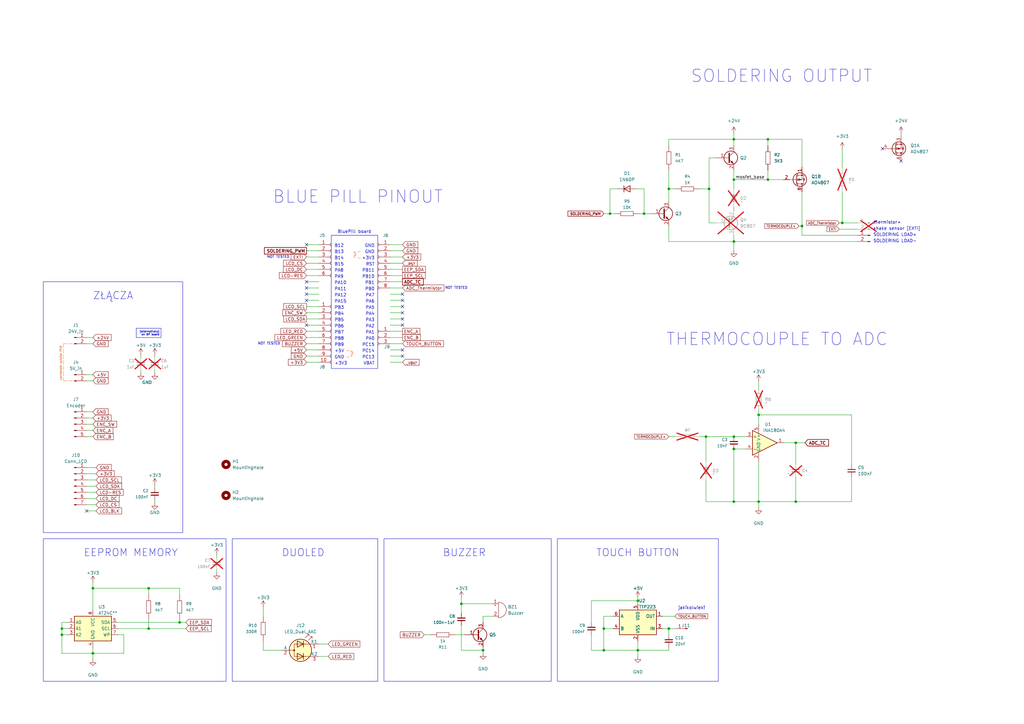
<source format=kicad_sch>
(kicad_sch (version 20230121) (generator eeschema)
  (paper "A3")
  (junction (at 274.32 77.47))
  (junction (at 189.23 247.65))
  (junction (at 261.62 246.38))
  (junction (at 290.83 77.47))
  (junction (at 250.19 87.63))
  (junction (at 300.99 73.66))
  (junction (at 73.66 255.27))
  (junction (at 25.4 260.35))
  (junction (at 247.65 266.7))
  (junction (at 311.15 205.74))
  (junction (at 300.99 57.15))
  (junction (at 264.16 87.63))
  (junction (at 60.96 257.81))
  (junction (at 289.56 179.07))
  (junction (at 300.99 205.74))
  (junction (at 328.93 92.71))
  (junction (at 314.96 73.66))
  (junction (at 300.99 179.07))
  (junction (at 247.65 257.81))
  (junction (at 261.62 266.7))
  (junction (at 198.12 266.7))
  (junction (at 300.99 184.15))
  (junction (at 274.32 257.81))
  (junction (at 38.1 267.97))
  (junction (at 326.39 181.61))
  (junction (at 38.1 241.3))
  (junction (at 300.99 99.06))
  (junction (at 314.96 57.15))
  (junction (at 25.4 257.81))
  (junction (at 345.44 91.44))
  (junction (at 311.15 170.18))
  (junction (at 60.96 241.3))
  (junction (at 326.39 205.74))
  (no_connect (at 165.1 143.51))
  (no_connect (at 361.95 60.96))
  (no_connect (at 165.1 133.35))
  (no_connect (at 165.1 123.19))
  (no_connect (at 369.57 66.04))
  (no_connect (at 35.56 209.55))
  (no_connect (at 125.73 115.57))
  (no_connect (at 165.1 120.65))
  (no_connect (at 165.1 125.73))
  (no_connect (at 165.1 128.27))
  (no_connect (at 125.73 118.11))
  (no_connect (at 165.1 130.81))
  (no_connect (at 125.73 100.33))
  (no_connect (at 165.1 146.05))
  (no_connect (at 125.73 120.65))
  (no_connect (at 125.73 123.19))
  (no_connect (at 125.73 133.35))
  (wire (pts (xy 247.65 87.63) (xy 250.19 87.63)))
  (wire (pts (xy 274.32 257.81) (xy 271.78 257.81)))
  (wire (pts (xy 311.15 205.74) (xy 311.15 208.28)))
  (wire (pts (xy 107.95 266.7) (xy 115.57 266.7)))
  (wire (pts (xy 261.62 269.24) (xy 261.62 266.7)))
  (wire (pts (xy 321.31 181.61) (xy 326.39 181.61)))
  (wire (pts (xy 35.56 176.53) (xy 38.1 176.53)))
  (wire (pts (xy 328.93 92.71) (xy 328.93 96.52)))
  (wire (pts (xy 63.5 151.765) (xy 63.5 153.035)))
  (wire (pts (xy 314.96 57.15) (xy 314.96 59.69)))
  (wire (pts (xy 48.26 257.81) (xy 60.96 257.81)))
  (wire (pts (xy 130.81 107.95) (xy 125.73 107.95)))
  (wire (pts (xy 274.32 257.81) (xy 274.32 260.35)))
  (wire (pts (xy 251.46 252.73) (xy 247.65 252.73)))
  (wire (pts (xy 73.66 255.27) (xy 76.2 255.27)))
  (wire (pts (xy 38.1 140.97) (xy 35.56 140.97)))
  (wire (pts (xy 38.1 153.67) (xy 35.56 153.67)))
  (wire (pts (xy 344.17 93.98) (xy 351.79 93.98)))
  (wire (pts (xy 160.02 125.73) (xy 165.1 125.73)))
  (wire (pts (xy 160.02 105.41) (xy 165.1 105.41)))
  (wire (pts (xy 130.81 125.73) (xy 125.73 125.73)))
  (wire (pts (xy 160.02 100.33) (xy 165.1 100.33)))
  (wire (pts (xy 189.23 247.65) (xy 189.23 251.46)))
  (wire (pts (xy 57.785 145.415) (xy 57.785 146.685)))
  (wire (pts (xy 274.32 265.43) (xy 274.32 266.7)))
  (wire (pts (xy 300.99 57.15) (xy 274.32 57.15)))
  (wire (pts (xy 35.56 173.99) (xy 38.1 173.99)))
  (wire (pts (xy 107.95 262.89) (xy 107.95 266.7)))
  (wire (pts (xy 160.02 135.89) (xy 165.1 135.89)))
  (wire (pts (xy 300.99 205.74) (xy 311.15 205.74)))
  (wire (pts (xy 107.95 248.92) (xy 107.95 252.73)))
  (wire (pts (xy 35.56 171.45) (xy 38.1 171.45)))
  (wire (pts (xy 351.79 91.44) (xy 345.44 91.44)))
  (wire (pts (xy 160.02 140.97) (xy 165.1 140.97)))
  (wire (pts (xy 274.32 57.15) (xy 274.32 59.69)))
  (wire (pts (xy 130.81 110.49) (xy 125.73 110.49)))
  (wire (pts (xy 293.37 91.44) (xy 290.83 91.44)))
  (wire (pts (xy 247.65 252.73) (xy 247.65 257.81)))
  (wire (pts (xy 25.4 255.27) (xy 25.4 257.81)))
  (wire (pts (xy 35.56 201.93) (xy 39.37 201.93)))
  (wire (pts (xy 60.96 243.84) (xy 60.96 241.3)))
  (wire (pts (xy 274.32 92.71) (xy 274.32 99.06)))
  (wire (pts (xy 57.785 151.765) (xy 57.785 153.035)))
  (wire (pts (xy 25.4 267.97) (xy 38.1 267.97)))
  (wire (pts (xy 242.57 246.38) (xy 261.62 246.38)))
  (wire (pts (xy 311.15 170.18) (xy 311.15 173.99)))
  (wire (pts (xy 130.81 130.81) (xy 125.73 130.81)))
  (wire (pts (xy 242.57 266.7) (xy 247.65 266.7)))
  (wire (pts (xy 189.23 256.54) (xy 189.23 266.7)))
  (wire (pts (xy 130.81 138.43) (xy 125.73 138.43)))
  (wire (pts (xy 314.96 73.66) (xy 300.99 73.66)))
  (wire (pts (xy 130.81 269.24) (xy 134.62 269.24)))
  (wire (pts (xy 130.81 123.19) (xy 125.73 123.19)))
  (wire (pts (xy 130.81 102.87) (xy 125.73 102.87)))
  (wire (pts (xy 38.1 241.3) (xy 60.96 241.3)))
  (wire (pts (xy 35.56 196.85) (xy 39.37 196.85)))
  (wire (pts (xy 261.62 262.89) (xy 261.62 266.7)))
  (wire (pts (xy 160.02 113.03) (xy 165.1 113.03)))
  (wire (pts (xy 160.02 118.11) (xy 165.1 118.11)))
  (wire (pts (xy 328.93 92.71) (xy 327.66 92.71)))
  (wire (pts (xy 290.83 64.77) (xy 293.37 64.77)))
  (wire (pts (xy 345.44 78.74) (xy 345.44 91.44)))
  (wire (pts (xy 48.26 260.35) (xy 50.8 260.35)))
  (wire (pts (xy 369.57 55.88) (xy 369.57 54.61)))
  (wire (pts (xy 134.62 264.16) (xy 130.81 264.16)))
  (wire (pts (xy 35.56 194.31) (xy 39.37 194.31)))
  (wire (pts (xy 160.02 143.51) (xy 165.1 143.51)))
  (wire (pts (xy 130.81 148.59) (xy 125.73 148.59)))
  (wire (pts (xy 276.86 252.73) (xy 271.78 252.73)))
  (wire (pts (xy 160.02 148.59) (xy 165.1 148.59)))
  (wire (pts (xy 38.1 238.76) (xy 38.1 241.3)))
  (wire (pts (xy 250.19 77.47) (xy 250.19 87.63)))
  (wire (pts (xy 88.9 227.33) (xy 88.9 228.6)))
  (wire (pts (xy 160.02 128.27) (xy 165.1 128.27)))
  (wire (pts (xy 300.99 179.07) (xy 306.07 179.07)))
  (wire (pts (xy 264.16 87.63) (xy 266.7 87.63)))
  (wire (pts (xy 48.26 255.27) (xy 73.66 255.27)))
  (wire (pts (xy 300.99 57.15) (xy 314.96 57.15)))
  (wire (pts (xy 289.56 189.23) (xy 289.56 179.07)))
  (wire (pts (xy 242.57 246.38) (xy 242.57 255.27)))
  (wire (pts (xy 247.65 257.81) (xy 247.65 266.7)))
  (wire (pts (xy 247.65 266.7) (xy 261.62 266.7)))
  (wire (pts (xy 38.1 270.51) (xy 38.1 267.97)))
  (wire (pts (xy 38.1 241.3) (xy 38.1 250.19)))
  (wire (pts (xy 300.99 99.06) (xy 351.79 99.06)))
  (wire (pts (xy 314.96 57.15) (xy 328.93 57.15)))
  (wire (pts (xy 63.5 205.105) (xy 63.5 206.375)))
  (wire (pts (xy 60.96 257.81) (xy 76.2 257.81)))
  (wire (pts (xy 125.73 105.41) (xy 130.81 105.41)))
  (wire (pts (xy 189.23 266.7) (xy 198.12 266.7)))
  (wire (pts (xy 35.56 199.39) (xy 39.37 199.39)))
  (wire (pts (xy 242.57 260.35) (xy 242.57 266.7)))
  (wire (pts (xy 289.56 205.74) (xy 289.56 196.85)))
  (wire (pts (xy 300.99 184.15) (xy 300.99 205.74)))
  (wire (pts (xy 300.99 184.15) (xy 306.07 184.15)))
  (wire (pts (xy 326.39 181.61) (xy 330.2 181.61)))
  (wire (pts (xy 73.66 243.84) (xy 73.66 241.3)))
  (wire (pts (xy 328.93 78.74) (xy 328.93 92.71)))
  (wire (pts (xy 349.25 170.18) (xy 311.15 170.18)))
  (wire (pts (xy 349.25 205.74) (xy 326.39 205.74)))
  (wire (pts (xy 300.99 73.66) (xy 300.99 77.47)))
  (wire (pts (xy 250.19 87.63) (xy 252.095 87.63)))
  (wire (pts (xy 276.86 179.07) (xy 274.32 179.07)))
  (wire (pts (xy 274.32 77.47) (xy 276.86 77.47)))
  (wire (pts (xy 160.02 130.81) (xy 165.1 130.81)))
  (wire (pts (xy 35.56 209.55) (xy 39.37 209.55)))
  (wire (pts (xy 60.96 254) (xy 60.96 257.81)))
  (wire (pts (xy 300.99 96.52) (xy 300.99 99.06)))
  (wire (pts (xy 130.81 120.65) (xy 125.73 120.65)))
  (wire (pts (xy 289.56 179.07) (xy 300.99 179.07)))
  (wire (pts (xy 130.81 113.03) (xy 125.73 113.03)))
  (wire (pts (xy 274.32 266.7) (xy 261.62 266.7)))
  (wire (pts (xy 160.02 102.87) (xy 165.1 102.87)))
  (wire (pts (xy 60.96 241.3) (xy 73.66 241.3)))
  (wire (pts (xy 160.02 120.65) (xy 165.1 120.65)))
  (wire (pts (xy 201.93 247.65) (xy 189.23 247.65)))
  (wire (pts (xy 160.02 146.05) (xy 165.1 146.05)))
  (wire (pts (xy 63.5 145.415) (xy 63.5 146.685)))
  (wire (pts (xy 253.365 77.47) (xy 250.19 77.47)))
  (wire (pts (xy 344.17 91.44) (xy 345.44 91.44)))
  (wire (pts (xy 38.1 267.97) (xy 38.1 265.43)))
  (wire (pts (xy 326.39 190.5) (xy 326.39 181.61)))
  (wire (pts (xy 25.4 260.35) (xy 25.4 267.97)))
  (wire (pts (xy 311.15 189.23) (xy 311.15 205.74)))
  (wire (pts (xy 35.56 204.47) (xy 39.37 204.47)))
  (wire (pts (xy 35.56 207.01) (xy 39.37 207.01)))
  (wire (pts (xy 38.1 138.43) (xy 35.56 138.43)))
  (wire (pts (xy 50.8 267.97) (xy 38.1 267.97)))
  (wire (pts (xy 160.02 115.57) (xy 165.1 115.57)))
  (wire (pts (xy 189.23 247.65) (xy 189.23 245.11)))
  (wire (pts (xy 326.39 195.58) (xy 326.39 205.74)))
  (wire (pts (xy 300.99 99.06) (xy 300.99 102.87)))
  (wire (pts (xy 198.12 255.27) (xy 198.12 252.73)))
  (wire (pts (xy 274.32 82.55) (xy 274.32 77.47)))
  (wire (pts (xy 198.12 265.43) (xy 198.12 266.7)))
  (wire (pts (xy 349.25 195.58) (xy 349.25 205.74)))
  (wire (pts (xy 160.02 133.35) (xy 165.1 133.35)))
  (wire (pts (xy 130.81 115.57) (xy 125.73 115.57)))
  (wire (pts (xy 25.4 257.81) (xy 25.4 260.35)))
  (wire (pts (xy 25.4 260.35) (xy 27.94 260.35)))
  (wire (pts (xy 73.66 254) (xy 73.66 255.27)))
  (wire (pts (xy 176.53 260.35) (xy 173.99 260.35)))
  (wire (pts (xy 328.93 57.15) (xy 328.93 68.58)))
  (wire (pts (xy 311.15 156.21) (xy 311.15 160.02)))
  (wire (pts (xy 260.985 77.47) (xy 264.16 77.47)))
  (wire (pts (xy 274.32 99.06) (xy 300.99 99.06)))
  (wire (pts (xy 38.1 156.21) (xy 35.56 156.21)))
  (wire (pts (xy 314.96 69.85) (xy 314.96 73.66)))
  (wire (pts (xy 262.255 87.63) (xy 264.16 87.63)))
  (wire (pts (xy 300.99 85.09) (xy 300.99 86.36)))
  (wire (pts (xy 289.56 205.74) (xy 300.99 205.74)))
  (wire (pts (xy 160.02 107.95) (xy 165.1 107.95)))
  (wire (pts (xy 328.93 96.52) (xy 351.79 96.52)))
  (wire (pts (xy 349.25 190.5) (xy 349.25 170.18)))
  (wire (pts (xy 130.81 100.33) (xy 125.73 100.33)))
  (wire (pts (xy 27.94 255.27) (xy 25.4 255.27)))
  (wire (pts (xy 247.65 257.81) (xy 251.46 257.81)))
  (wire (pts (xy 290.83 91.44) (xy 290.83 77.47)))
  (wire (pts (xy 35.56 191.77) (xy 39.37 191.77)))
  (wire (pts (xy 274.32 69.85) (xy 274.32 77.47)))
  (wire (pts (xy 261.62 246.38) (xy 261.62 245.11)))
  (wire (pts (xy 311.15 167.64) (xy 311.15 170.18)))
  (wire (pts (xy 88.9 233.68) (xy 88.9 234.95)))
  (wire (pts (xy 290.83 64.77) (xy 290.83 77.47)))
  (wire (pts (xy 300.99 69.85) (xy 300.99 73.66)))
  (wire (pts (xy 130.81 146.05) (xy 125.73 146.05)))
  (wire (pts (xy 130.81 135.89) (xy 125.73 135.89)))
  (wire (pts (xy 130.81 133.35) (xy 125.73 133.35)))
  (wire (pts (xy 186.69 260.35) (xy 190.5 260.35)))
  (wire (pts (xy 287.02 179.07) (xy 289.56 179.07)))
  (wire (pts (xy 160.02 138.43) (xy 165.1 138.43)))
  (wire (pts (xy 35.56 179.07) (xy 38.1 179.07)))
  (wire (pts (xy 345.44 68.58) (xy 345.44 60.96)))
  (wire (pts (xy 63.5 198.755) (xy 63.5 200.025)))
  (wire (pts (xy 198.12 252.73) (xy 201.93 252.73)))
  (wire (pts (xy 264.16 77.47) (xy 264.16 87.63)))
  (wire (pts (xy 25.4 257.81) (xy 27.94 257.81)))
  (wire (pts (xy 160.02 110.49) (xy 165.1 110.49)))
  (wire (pts (xy 130.81 128.27) (xy 125.73 128.27)))
  (wire (pts (xy 50.8 260.35) (xy 50.8 267.97)))
  (wire (pts (xy 198.12 266.7) (xy 198.12 267.97)))
  (wire (pts (xy 130.81 140.97) (xy 125.73 140.97)))
  (wire (pts (xy 130.81 143.51) (xy 125.73 143.51)))
  (wire (pts (xy 300.99 59.69) (xy 300.99 57.15)))
  (wire (pts (xy 287.02 77.47) (xy 290.83 77.47)))
  (wire (pts (xy 321.31 73.66) (xy 314.96 73.66)))
  (wire (pts (xy 300.99 54.61) (xy 300.99 57.15)))
  (wire (pts (xy 130.81 118.11) (xy 125.73 118.11)))
  (wire (pts (xy 160.02 123.19) (xy 165.1 123.19)))
  (wire (pts (xy 35.56 168.91) (xy 38.1 168.91)))
  (wire (pts (xy 261.62 247.65) (xy 261.62 246.38)))
  (wire (pts (xy 276.86 257.81) (xy 274.32 257.81)))
  (wire (pts (xy 326.39 205.74) (xy 311.15 205.74)))
  (rectangle (start 141.986 143.891) (end 143.256 143.891) (stroke (width 0) (type dash) (color 238 120 49 1)))
  (rectangle (start 157.48 220.98) (end 226.06 279.4))
  (rectangle (start 146.685 103.251) (end 147.955 103.251) (stroke (width 0) (type dash) (color 238 120 49 1)))
  (rectangle (start 26.035 156.21) (end 29.845 156.21) (stroke (width 0) (type dash) (color 238 120 49 1)))
  (rectangle (start 146.685 103.251) (end 146.685 105.791) (stroke (width 0) (type dot) (color 238 120 49 1)))
  (rectangle (start 26.035 140.97) (end 26.035 156.21) (stroke (width 0) (type dash) (color 238 120 49 1)))
  (rectangle (start 143.256 146.431) (end 143.256 143.891) (stroke (width 0) (type dot) (color 238 120 49 1)))
  (rectangle (start 228.6 220.98) (end 294.64 279.4))
  (rectangle (start 146.685 105.791) (end 147.955 105.791) (stroke (width 0) (type dash) (color 238 120 49 1)))
  (rectangle (start 17.78 115.57) (end 74.93 218.44))
  (rectangle (start 95.25 220.98) (end 154.94 279.4))
  (rectangle (start 135.89 96.52) (end 154.94 151.13))
  (rectangle (start 17.78 220.98) (end 92.71 279.4))
  (rectangle (start 141.986 146.431) (end 143.256 146.431) (stroke (width 0) (type dash) (color 238 120 49 1)))
  (rectangle (start 26.035 140.97) (end 29.845 140.97) (stroke (width 0) (type dash) (color 238 120 49 1)))
  (text_box "(alternatively)\non BP board" (at 55.88 134.62 0) (size 10.16 3.81) (effects (font (size 0.762 0.762)) (justify right)))
  (text "PA9" (at 137.16 114.3 0) (effects (font (size 1.27 1.27)) (justify left bottom)))
  (text "DUOLED" (at 115.57 228.6 0) (effects (font (size 3 3)) (justify left bottom)))
  (text "PA2" (at 153.67 134.62 0) (effects (font (size 1.27 1.27)) (justify right bottom)))
  (text "TOUCH BUTTON" (at 244.475 228.6 0) (effects (font (size 3 3)) (justify left bottom)))
  (text "PA7" (at 153.67 121.92 0) (effects (font (size 1.27 1.27)) (justify right bottom)))
  (text "+5V" (at 137.16 144.78 0) (effects (font (size 1.27 1.27)) (justify left bottom)))
  (text "ZŁĄCZA" (at 38.1 123.19 0) (effects (font (size 3.0226 3.0226)) (justify left bottom)))
  (text "SOLDERING LOAD-" (at 358.14 99.695 0) (effects (font (size 1.27 1.27)) (justify left bottom)))
  (text "PA15" (at 137.16 124.46 0) (effects (font (size 1.27 1.27)) (justify left bottom)))
  (text "PC14" (at 153.67 144.78 0) (effects (font (size 1.27 1.27)) (justify right bottom)))
  (text "jakikolwiek!" (at 278.13 250.19 0) (effects (font (size 1.27 1.27)) (justify left bottom)))
  (text "PA5" (at 153.67 127 0) (effects (font (size 1.27 1.27)) (justify right bottom)))
  (text "PB5" (at 137.16 132.08 0) (effects (font (size 1.27 1.27)) (justify left bottom)))
  (text "PA0" (at 153.67 139.7 0) (effects (font (size 1.27 1.27)) (justify right bottom)))
  (text "NOT TESTED" (at 118.745 106.045 0) (effects (font (size 1.016 1.016)) (justify right bottom)))
  (text "PB10" (at 153.67 114.3 0) (effects (font (size 1.27 1.27)) (justify right bottom)))
  (text "VBAT" (at 153.67 149.86 0) (effects (font (size 1.27 1.27)) (justify right bottom)))
  (text "PB3" (at 137.16 127 0) (effects (font (size 1.27 1.27)) (justify left bottom)))
  (text "B15" (at 137.16 109.22 0) (effects (font (size 1.27 1.27)) (justify left bottom)))
  (text "PB9" (at 137.16 142.24 0) (effects (font (size 1.27 1.27)) (justify left bottom)))
  (text "BLUE PILL PINOUT" (at 111.76 83.82 0) (effects (font (size 5.08 5.08)) (justify left bottom)))
  (text "GND" (at 153.67 101.6 0) (effects (font (size 1.27 1.27)) (justify right bottom)))
  (text "THERMOCOUPLE TO ADC" (at 273.05 142.24 0) (effects (font (size 5.08 5.08)) (justify left bottom)))
  (text "*1uF" (at 144.78 146.685 90) (effects (font (size 0.762 0.762)) (justify left bottom)))
  (text "B13" (at 137.16 104.14 0) (effects (font (size 1.27 1.27)) (justify left bottom)))
  (text "NOT TESTED" (at 114.935 141.605 0) (effects (font (size 1.016 1.016)) (justify right bottom)))
  (text "B14" (at 137.16 106.68 0) (effects (font (size 1.27 1.27)) (justify left bottom)))
  (text "PA3" (at 153.67 132.08 0) (effects (font (size 1.27 1.27)) (justify right bottom)))
  (text "B12" (at 137.16 101.6 0) (effects (font (size 1.27 1.27)) (justify left bottom)))
  (text "PA12" (at 137.16 121.92 0) (effects (font (size 1.27 1.27)) (justify left bottom)))
  (text "PA10" (at 137.16 116.84 0) (effects (font (size 1.27 1.27)) (justify left bottom)))
  (text "+3V3" (at 137.16 149.86 0) (effects (font (size 1.27 1.27)) (justify left bottom)))
  (text "PB7" (at 137.16 137.16 0) (effects (font (size 1.27 1.27)) (justify left bottom)))
  (text "PA8" (at 137.16 111.76 0) (effects (font (size 1.27 1.27)) (justify left bottom)))
  (text "PA1" (at 153.67 137.16 0) (effects (font (size 1.27 1.27)) (justify right bottom)))
  (text "shake sensor [EXTI]" (at 358.14 94.615 0) (effects (font (size 1.27 1.27)) (justify left bottom)))
  (text "NOT TESTED" (at 191.77 118.745 0) (effects (font (size 1.016 1.016)) (justify right bottom)))
  (text "PB8" (at 137.16 139.7 0) (effects (font (size 1.27 1.27)) (justify left bottom)))
  (text "GND" (at 137.16 147.32 0) (effects (font (size 1.27 1.27)) (justify left bottom)))
  (text "PB4" (at 137.16 129.54 0) (effects (font (size 1.27 1.27)) (justify left bottom)))
  (text "PB6" (at 137.16 134.62 0) (effects (font (size 1.27 1.27)) (justify left bottom)))
  (text "PA11" (at 137.16 119.38 0) (effects (font (size 1.27 1.27)) (justify left bottom)))
  (text "GND" (at 153.67 104.14 0) (effects (font (size 1.27 1.27)) (justify right bottom)))
  (text "SOLDERING LOAD+" (at 358.14 97.155 0) (effects (font (size 1.27 1.27)) (justify left bottom)))
  (text "PB11" (at 153.67 111.76 0) (effects (font (size 1.27 1.27)) (justify right bottom)))
  (text "+3V3" (at 153.67 106.68 0) (effects (font (size 1.27 1.27)) (justify right bottom)))
  (text "connected outside PCB" (at 25.4 156.21 90) (effects (font (size 0.8 0.8)) (justify left bottom)))
  (text "EEPROM MEMORY" (at 34.29 228.6 0) (effects (font (size 3 3)) (justify left bottom)))
  (text "BUZZER" (at 181.61 228.6 0) (effects (font (size 3 3)) (justify left bottom)))
  (text "*1uF" (at 146.05 106.045 90) (effects (font (size 0.762 0.762)) (justify left bottom)))
  (text "PA6" (at 153.67 124.46 0) (effects (font (size 1.27 1.27)) (justify right bottom)))
  (text "PB1" (at 153.67 116.84 0) (effects (font (size 1.27 1.27)) (justify right bottom)))
  (text "PB0" (at 153.67 119.38 0) (effects (font (size 1.27 1.27)) (justify right bottom)))
  (text "PC13" (at 153.67 147.32 0) (effects (font (size 1.27 1.27)) (justify right bottom)))
  (text "thermistor+" (at 358.14 92.075 0) (effects (font (size 1.27 1.27)) (justify left bottom)))
  (text "PC15" (at 153.67 142.24 0) (effects (font (size 1.27 1.27)) (justify right bottom)))
  (text "RST" (at 153.67 109.22 0) (effects (font (size 1.27 1.27)) (justify right bottom)))
  (text "PA4" (at 153.67 129.54 0) (effects (font (size 1.27 1.27)) (justify right bottom)))
  (text "SOLDERING OUTPUT" (at 283.21 34.29 0) (effects (font (size 5.08 5.08)) (justify left bottom)))
  (text "BluePill board" (at 138.43 95.885 0) (effects (font (size 1.27 1.27)) (justify left bottom)))
  (label "mosfet_base" (at 301.625 73.66 0))
  (global_label "GND" (shape input) (at 38.1 168.91 0) (property "Intersheetrefs" "${INTERSHEET_REFS}" (effects hide)) (property "Odnośniki między arkuszami" "${INTERSHEET_REFS}" (effects hide)))
  (global_label "ENC_A" (shape passive) (at 165.1 135.89 0) (property "Intersheetrefs" "${INTERSHEET_REFS}" (effects hide)) (property "Odnośniki między arkuszami" "${INTERSHEET_REFS}" (effects hide)))
  (global_label "EEP_SCL" (shape passive) (at 165.1 113.03 0) (property "Intersheetrefs" "${INTERSHEET_REFS}" (effects hide)) (property "Odnośniki między arkuszami" "${INTERSHEET_REFS}" (effects hide)))
  (global_label "+24V" (shape input) (at 38.1 138.43 0) (property "Intersheetrefs" "${INTERSHEET_REFS}" (effects hide)) (property "Odnośniki między arkuszami" "${INTERSHEET_REFS}" (effects hide)))
  (global_label "LCD_CS" (shape input) (at 125.73 107.95 180) (property "Intersheetrefs" "${INTERSHEET_REFS}" (effects hide)) (property "Odnośniki między arkuszami" "${INTERSHEET_REFS}" (effects hide)))
  (global_label "ENC_B" (shape passive) (at 165.1 138.43 0) (property "Intersheetrefs" "${INTERSHEET_REFS}" (effects hide)) (property "Odnośniki między arkuszami" "${INTERSHEET_REFS}" (effects hide)))
  (global_label "TERMOCOUPLE+" (shape input) (at 274.32 179.07 180) (effects (font (size 1.016 1.016))) (property "Intersheetrefs" "${INTERSHEET_REFS}" (effects hide)) (property "Odnośniki między arkuszami" "${INTERSHEET_REFS}" (effects hide)))
  (global_label "LCD_SCL" (shape passive) (at 125.73 125.73 180) (property "Intersheetrefs" "${INTERSHEET_REFS}" (effects hide)) (property "Odnośniki między arkuszami" "${INTERSHEET_REFS}" (effects hide)))
  (global_label "LCD_SDA" (shape input) (at 39.37 199.39 0) (property "Intersheetrefs" "${INTERSHEET_REFS}" (effects hide)) (property "Odnośniki między arkuszami" "${INTERSHEET_REFS}" (effects hide)))
  (global_label "+5V" (shape input) (at 38.1 153.67 0) (property "Intersheetrefs" "${INTERSHEET_REFS}" (effects hide)) (property "Odnośniki między arkuszami" "${INTERSHEET_REFS}" (effects hide)))
  (global_label "ENC_B" (shape input) (at 38.1 179.07 0) (property "Intersheetrefs" "${INTERSHEET_REFS}" (effects hide)) (property "Odnośniki między arkuszami" "${INTERSHEET_REFS}" (effects hide)))
  (global_label "BUZZER" (shape input) (at 125.73 140.97 180) (property "Intersheetrefs" "${INTERSHEET_REFS}" (effects hide)) (property "Odnośniki między arkuszami" "${INTERSHEET_REFS}" (effects hide)))
  (global_label "LCD_DC" (shape input) (at 39.37 204.47 0) (property "Intersheetrefs" "${INTERSHEET_REFS}" (effects hide)) (property "Odnośniki między arkuszami" "${INTERSHEET_REFS}" (effects hide)))
  (global_label "GND" (shape input) (at 39.37 191.77 0) (property "Intersheetrefs" "${INTERSHEET_REFS}" (effects hide)) (property "Odnośniki między arkuszami" "${INTERSHEET_REFS}" (effects hide)))
  (global_label "ADC_TC" (shape input) (at 330.2 181.61 0) (effects (font (thickness 0.254) bold)) (property "Intersheetrefs" "${INTERSHEET_REFS}" (effects hide)) (property "Odnośniki między arkuszami" "${INTERSHEET_REFS}" (effects hide)))
  (global_label "SOLDERING_PWM" (shape input) (at 247.65 87.63 180) (effects (font (size 1.016 1.016) (thickness 0.2032) bold)) (property "Intersheetrefs" "${INTERSHEET_REFS}" (effects hide)) (property "Odnośniki między arkuszami" "${INTERSHEET_REFS}" (effects hide)))
  (global_label "ENC_A" (shape input) (at 38.1 176.53 0) (property "Intersheetrefs" "${INTERSHEET_REFS}" (effects hide)) (property "Odnośniki między arkuszami" "${INTERSHEET_REFS}" (effects hide)))
  (global_label "_{_RST}" (shape input) (at 165.1 107.95 0) (effects (font italic)) (property "Intersheetrefs" "${INTERSHEET_REFS}" (effects hide)) (property "Odnośniki między arkuszami" "${INTERSHEET_REFS}" (effects hide)))
  (global_label "LCD_BLK" (shape input) (at 39.37 209.55 0) (property "Intersheetrefs" "${INTERSHEET_REFS}" (effects hide)) (property "Odnośniki między arkuszami" "${INTERSHEET_REFS}" (effects hide)))
  (global_label "LED_GREEN" (shape input) (at 134.62 264.16 0) (property "Intersheetrefs" "${INTERSHEET_REFS}" (effects hide)) (property "Odnośniki między arkuszami" "${INTERSHEET_REFS}" (effects hide)))
  (global_label "LCD-RES" (shape input) (at 39.37 201.93 0) (property "Intersheetrefs" "${INTERSHEET_REFS}" (effects hide)) (property "Odnośniki między arkuszami" "${INTERSHEET_REFS}" (effects hide)))
  (global_label "BUZZER" (shape input) (at 173.99 260.35 180) (property "Intersheetrefs" "${INTERSHEET_REFS}" (effects hide)) (property "Odnośniki między arkuszami" "${INTERSHEET_REFS}" (effects hide)))
  (global_label "TOUCH_BUTTON" (shape input) (at 165.1 140.97 0) (property "Intersheetrefs" "${INTERSHEET_REFS}" (effects hide)) (property "Odnośniki między arkuszami" "${INTERSHEET_REFS}" (effects hide)))
  (global_label "+5V" (shape input) (at 125.73 143.51 180) (property "Intersheetrefs" "${INTERSHEET_REFS}" (effects hide)) (property "Odnośniki między arkuszami" "${INTERSHEET_REFS}" (effects hide)))
  (global_label "TOUCH_BUTTON" (shape input) (at 276.86 252.73 0) (effects (font (size 1.016 1.016))) (property "Intersheetrefs" "${INTERSHEET_REFS}" (effects hide)) (property "Odnośniki między arkuszami" "${INTERSHEET_REFS}" (effects hide)))
  (global_label "+3V3" (shape input) (at 165.1 105.41 0) (property "Intersheetrefs" "${INTERSHEET_REFS}" (effects hide)) (property "Odnośniki między arkuszami" "${INTERSHEET_REFS}" (effects hide)))
  (global_label "ADC_TC" (shape passive) (at 165.1 115.57 0) (effects (font (thickness 0.254) bold)) (property "Intersheetrefs" "${INTERSHEET_REFS}" (effects hide)) (property "Odnośniki między arkuszami" "${INTERSHEET_REFS}" (effects hide)))
  (global_label "+3V3" (shape input) (at 39.37 194.31 0) (property "Intersheetrefs" "${INTERSHEET_REFS}" (effects hide)) (property "Odnośniki między arkuszami" "${INTERSHEET_REFS}" (effects hide)))
  (global_label "LCD_SCL" (shape input) (at 39.37 196.85 0) (property "Intersheetrefs" "${INTERSHEET_REFS}" (effects hide)) (property "Odnośniki między arkuszami" "${INTERSHEET_REFS}" (effects hide)))
  (global_label "ENC_SW" (shape input) (at 38.1 173.99 0) (property "Intersheetrefs" "${INTERSHEET_REFS}" (effects hide)) (property "Odnośniki między arkuszami" "${INTERSHEET_REFS}" (effects hide)))
  (global_label "LED_GREEN" (shape input) (at 125.73 138.43 180) (property "Intersheetrefs" "${INTERSHEET_REFS}" (effects hide)) (property "Odnośniki między arkuszami" "${INTERSHEET_REFS}" (effects hide)))
  (global_label "EEP_SCL" (shape input) (at 76.2 257.81 0) (property "Intersheetrefs" "${INTERSHEET_REFS}" (effects hide)) (property "Odnośniki między arkuszami" "${INTERSHEET_REFS}" (effects hide)))
  (global_label "+3V3" (shape input) (at 125.73 148.59 180) (property "Intersheetrefs" "${INTERSHEET_REFS}" (effects hide)) (property "Odnośniki między arkuszami" "${INTERSHEET_REFS}" (effects hide)))
  (global_label "EXTI" (shape input) (at 344.17 93.98 180) (effects (font (size 1 1))) (property "Intersheetrefs" "${INTERSHEET_REFS}" (effects hide)))
  (global_label "LCD_SDA" (shape passive) (at 125.73 130.81 180) (property "Intersheetrefs" "${INTERSHEET_REFS}" (effects hide)) (property "Odnośniki między arkuszami" "${INTERSHEET_REFS}" (effects hide)))
  (global_label "LCD_DC" (shape input) (at 125.73 110.49 180) (property "Intersheetrefs" "${INTERSHEET_REFS}" (effects hide)) (property "Odnośniki między arkuszami" "${INTERSHEET_REFS}" (effects hide)))
  (global_label "ADC_Thermistor" (shape input) (at 344.17 91.44 180) (effects (font (size 1 1))) (property "Intersheetrefs" "${INTERSHEET_REFS}" (effects hide)))
  (global_label "LCD-RES" (shape input) (at 125.73 113.03 180) (property "Intersheetrefs" "${INTERSHEET_REFS}" (effects hide)) (property "Odnośniki między arkuszami" "${INTERSHEET_REFS}" (effects hide)))
  (global_label "GND" (shape input) (at 165.1 100.33 0) (property "Intersheetrefs" "${INTERSHEET_REFS}" (effects hide)) (property "Odnośniki między arkuszami" "${INTERSHEET_REFS}" (effects hide)))
  (global_label "GND" (shape input) (at 38.1 140.97 0) (property "Intersheetrefs" "${INTERSHEET_REFS}" (effects hide)) (property "Odnośniki między arkuszami" "${INTERSHEET_REFS}" (effects hide)))
  (global_label "GND" (shape input) (at 165.1 102.87 0) (property "Intersheetrefs" "${INTERSHEET_REFS}" (effects hide)) (property "Odnośniki między arkuszami" "${INTERSHEET_REFS}" (effects hide)))
  (global_label "EEP_SDA" (shape input) (at 76.2 255.27 0) (property "Intersheetrefs" "${INTERSHEET_REFS}" (effects hide)) (property "Odnośniki między arkuszami" "${INTERSHEET_REFS}" (effects hide)))
  (global_label "LCD_CS" (shape input) (at 39.37 207.01 0) (property "Intersheetrefs" "${INTERSHEET_REFS}" (effects hide)) (property "Odnośniki między arkuszami" "${INTERSHEET_REFS}" (effects hide)))
  (global_label "GND" (shape input) (at 125.73 146.05 180) (property "Intersheetrefs" "${INTERSHEET_REFS}" (effects hide)) (property "Odnośniki między arkuszami" "${INTERSHEET_REFS}" (effects hide)))
  (global_label "TERMOCOUPLE+" (shape input) (at 327.66 92.71 180) (effects (font (size 1.016 1.016))) (property "Intersheetrefs" "${INTERSHEET_REFS}" (effects hide)) (property "Odnośniki między arkuszami" "${INTERSHEET_REFS}" (effects hide)))
  (global_label "ADC_Thermistor" (shape input) (at 165.1 118.11 0) (property "Intersheetrefs" "${INTERSHEET_REFS}" (effects hide)))
  (global_label "EEP_SDA" (shape passive) (at 165.1 110.49 0) (property "Intersheetrefs" "${INTERSHEET_REFS}" (effects hide)) (property "Odnośniki między arkuszami" "${INTERSHEET_REFS}" (effects hide)))
  (global_label "+3V3" (shape input) (at 38.1 171.45 0) (property "Intersheetrefs" "${INTERSHEET_REFS}" (effects hide)) (property "Odnośniki między arkuszami" "${INTERSHEET_REFS}" (effects hide)))
  (global_label "LED_RED" (shape input) (at 125.73 135.89 180) (property "Intersheetrefs" "${INTERSHEET_REFS}" (effects hide)) (property "Odnośniki między arkuszami" "${INTERSHEET_REFS}" (effects hide)))
  (global_label "ENC_SW" (shape input) (at 125.73 128.27 180) (property "Intersheetrefs" "${INTERSHEET_REFS}" (effects hide)) (property "Odnośniki między arkuszami" "${INTERSHEET_REFS}" (effects hide)))
  (global_label "SOLDERING_PWM" (shape passive) (at 125.73 102.87 180) (effects (font (thickness 0.254) bold)) (property "Intersheetrefs" "${INTERSHEET_REFS}" (effects hide)) (property "Odnośniki między arkuszami" "${INTERSHEET_REFS}" (effects hide)))
  (global_label "_{_VBAT}" (shape input) (at 165.1 148.59 0) (effects (font italic)) (property "Intersheetrefs" "${INTERSHEET_REFS}" (effects hide)) (property "Odnośniki między arkuszami" "${INTERSHEET_REFS}" (effects hide)))
  (global_label "LED_RED" (shape input) (at 134.62 269.24 0) (property "Intersheetrefs" "${INTERSHEET_REFS}" (effects hide)) (property "Odnośniki między arkuszami" "${INTERSHEET_REFS}" (effects hide)))
  (global_label "EXTI" (shape input) (at 125.73 105.41 180) (property "Intersheetrefs" "${INTERSHEET_REFS}" (effects hide)))
  (global_label "GND" (shape input) (at 38.1 156.21 0) (property "Intersheetrefs" "${INTERSHEET_REFS}" (effects hide)) (property "Odnośniki między arkuszami" "${INTERSHEET_REFS}" (effects hide)))
  (symbol (lib_id "power:GND") (at 261.62 269.24 0) (mirror y) (unit 1)
    (property "Reference" "#PWR018" (effects hide))
    (property "Value" "GND" (at 261.62 275.59 0))
  )
  (symbol (lib_id "power:+3V3") (at 88.9 227.33 0) (mirror y) (unit 1)
    (property "Reference" "#PWR011" (effects hide))
    (property "Value" "+3V3" (at 88.9 223.52 0))
  )
  (symbol (lib_id "Transistor_BJT:BC807") (at 298.45 91.44 0) (mirror x) (unit 1) (dnp yes)
    (property "Reference" "Q4" (at 303.53 90.17 0) (effects (justify left)))
    (property "Value" "BC807" (at 303.53 92.71 0) (effects (justify left)))
    (property "Footprint" "Package_TO_SOT_SMD:TSOT-23" (effects hide))
    (property "Datasheet" "http://www.fairchildsemi.com/ds/BC/BC557.pdf" (effects hide))
  )
  (symbol (lib_id "Memory_EEPROM:AT24CS01-MAHM") (at 38.1 257.81 0) (unit 1)
    (property "Reference" "U3" (at 40.2941 248.92 0) (effects (justify left)))
    (property "Value" "AT24C**" (at 40.2941 251.46 0) (effects (justify left)))
    (property "Footprint" "Package_SO:SOIC-8_3.9x4.9mm_P1.27mm" (effects hide))
    (property "Datasheet" "http://ww1.microchip.com/downloads/en/DeviceDoc/Atmel-8815-SEEPROM-AT24CS01-02-Datasheet.pdf" (effects hide))
    (property "Info" "AT24C01 or simillar" (effects hide))
  )
  (symbol (lib_id "power:GND") (at 63.5 153.035 0) (mirror y) (unit 1)
    (property "Reference" "#PWR021" (effects hide))
    (property "Value" "GND" (at 60.325 156.845 0))
  )
  (symbol (lib_id "LutownicaBPv2.1-rescue:IRF7324-#moje_IC") (at 367.03 60.96 0) (mirror x) (unit 1)
    (property "Reference" "Q1" (at 373.38 59.69 0) (effects (justify left)))
    (property "Value" "AO4807" (at 373.38 62.23 0) (effects (justify left)))
    (property "Footprint" "Package_SO:SOIC-8_3.9x4.9mm_P1.27mm" (effects hide))
  )
  (symbol (lib_id "power:+3V3") (at 107.95 248.92 0) (mirror y) (unit 1)
    (property "Reference" "#PWR016" (effects hide))
    (property "Value" "+3V3" (at 107.95 245.11 0))
  )
  (symbol (lib_id "LutownicaBPv2.1-rescue:R-#RLC2") (at 60.96 248.92 90) (unit 1)
    (property "Reference" "R8" (at 63.5 247.65 90) (effects (font (size 1.143 1.143)) (justify right)))
    (property "Value" "4k7" (at 63.5 250.19 90) (effects (font (size 1.143 1.143)) (justify right)))
    (property "Footprint" "Resistor_SMD:R_0805_2012Metric" (effects hide))
    (property "Info" "pull-up value" (effects hide))
  )
  (symbol (lib_id "LutownicaBPv2.1-rescue:R-#RLC2") (at 345.44 73.66 270) (mirror x) (unit 1) (dnp yes)
    (property "Reference" "R3" (at 347.98 73.66 90) (effects (font (size 1.143 1.143)) (justify left)))
    (property "Value" "~" (at 347.98 74.93 90) (effects (font (size 1.143 1.143)) (justify left)))
    (property "Footprint" "Resistor_SMD:R_0805_2012Metric" (effects hide))
    (property "Info" "DNP (330-500)" (effects hide))
  )
  (symbol (lib_id "Connector:Conn_01x01_Male") (at 281.94 257.81 0) (mirror y) (unit 1)
    (property "Reference" "J11" (at 281.305 256.54 0))
    (property "Value" "Conn_01x01_Male" (effects hide))
    (property "Footprint" "Connector_PinHeader_2.54mm:PinHeader_1x01_P2.54mm_Vertical" (effects hide))
  )
  (symbol (lib_id "LutownicaBPv2.1-rescue:CAP_805-#RLC2") (at 300.99 181.61 0) (mirror y) (unit 1)
    (property "Reference" "C3" (at 298.45 180.34 0) (effects (font (size 1.143 1.143)) (justify left)))
    (property "Value" "10nF" (at 298.45 182.88 0) (effects (font (size 1.143 1.143)) (justify left)))
    (property "Footprint" "Capacitor_SMD:C_0805_2012Metric" (effects hide))
    (property "Info" "Significant" (effects hide))
  )
  (symbol (lib_id "LutownicaBPv2.1-rescue:R-#RLC2") (at 314.96 64.77 90) (unit 1)
    (property "Reference" "R2" (at 317.5 63.5 90) (effects (font (size 1.143 1.143)) (justify right)))
    (property "Value" "3K3" (at 317.5 66.04 90) (effects (font (size 1.143 1.143)) (justify right)))
    (property "Footprint" "Resistor_SMD:R_0805_2012Metric" (effects hide))
  )
  (symbol (lib_id "Mechanical:MountingHole") (at 92.71 203.2 0) (unit 1)
    (property "Reference" "H2" (at 95.25 201.93 0) (effects (justify left)))
    (property "Value" "MountingHole" (at 95.25 204.47 0) (effects (justify left)))
    (property "Footprint" "MountingHole:MountingHole_2.7mm_M2.5_ISO14580" (effects hide))
  )
  (symbol (lib_id "Connector:Conn_01x05_Male") (at 30.48 173.99 0) (unit 1)
    (property "Reference" "J7" (at 31.115 163.83 0))
    (property "Value" "Encoder" (at 31.115 166.37 0))
    (property "Footprint" "Connector_PinHeader_2.54mm:PinHeader_1x05_P2.54mm_Vertical" (effects hide))
  )
  (symbol (lib_id "LutownicaBPv2.1-rescue:TTP223-#moje_IC") (at 261.62 255.27 0) (mirror y) (unit 1)
    (property "Reference" "U2" (at 261.9659 246.38 0) (effects (justify right)))
    (property "Value" "TTP223" (at 261.9659 248.92 0) (effects (justify right)))
    (property "Footprint" "Package_TO_SOT_SMD:SOT-23-6" (effects hide))
    (property "Datasheet" "http://ww1.microchip.com/downloads/en/DeviceDoc/Atmel-8815-SEEPROM-AT24CS01-02-Datasheet.pdf" (effects hide))
  )
  (symbol (lib_id "Connector:Conn_01x06_Socket") (at 135.89 105.41 0) (unit 1)
    (property "Reference" "J5" (at 133.35 96.52 0) (effects (justify right)))
    (property "Value" "Conn_01x06_Socket" (effects hide))
    (property "Footprint" "Connector_PinSocket_2.54mm:PinSocket_1x06_P2.54mm_Vertical" (effects hide))
  )
  (symbol (lib_id "power:+3V3") (at 311.15 156.21 0) (unit 1)
    (property "Reference" "#PWR08" (effects hide))
    (property "Value" "+3V3" (at 311.15 152.4 0))
  )
  (symbol (lib_id "Mechanical:MountingHole") (at 92.71 190.5 0) (unit 1)
    (property "Reference" "H1" (at 95.25 189.23 0) (effects (justify left)))
    (property "Value" "MountingHole" (at 95.25 191.77 0) (effects (justify left)))
    (property "Footprint" "MountingHole:MountingHole_2.7mm_M2.5_ISO14580" (effects hide))
  )
  (symbol (lib_id "power:GND") (at 88.9 234.95 0) (mirror y) (unit 1)
    (property "Reference" "#PWR012" (effects hide))
    (property "Value" "GND" (at 88.9 241.3 0))
  )
  (symbol (lib_id "LutownicaBPv2.1-rescue:CAP_805-#RLC2") (at 63.5 202.565 0) (mirror y) (unit 1)
    (property "Reference" "C2" (at 60.96 201.295 0) (effects (font (size 1.143 1.143)) (justify left)))
    (property "Value" "100nF" (at 60.96 203.835 0) (effects (font (size 1.143 1.143)) (justify left)))
    (property "Footprint" "Capacitor_SMD:C_0805_2012Metric" (effects hide))
    (property "Info" "Optional" (effects hide))
  )
  (symbol (lib_id "Transistor_BJT:BC847") (at 195.58 260.35 0) (unit 1)
    (property "Reference" "Q5" (at 200.66 260.35 0) (effects (justify left)))
    (property "Value" "MMBT3904" (effects hide))
    (property "Footprint" "Package_TO_SOT_SMD:TSOT-23" (effects hide))
    (property "Datasheet" "http://www.fairchildsemi.com/ds/BC/BC547.pdf" (effects hide))
  )
  (symbol (lib_id "LutownicaBPv2.1-rescue:R-#RLC2") (at 73.66 248.92 90) (unit 1)
    (property "Reference" "R9" (at 76.2 247.65 90) (effects (font (size 1.143 1.143)) (justify right)))
    (property "Value" "4k7" (at 76.2 250.19 90) (effects (font (size 1.143 1.143)) (justify right)))
    (property "Footprint" "Resistor_SMD:R_0805_2012Metric" (effects hide))
    (property "Info" "pull-up value" (effects hide))
  )
  (symbol (lib_id "LutownicaBPv2.1-rescue:CAP_805-#RLC2") (at 189.23 254 0) (unit 1)
    (property "Reference" "C8" (at 186.69 252.73 0) (effects (font (size 1.143 1.143)) (justify right)))
    (property "Value" "100n-1uF" (at 186.69 255.27 0) (effects (font (size 1.143 1.143)) (justify right)))
    (property "Footprint" "Capacitor_SMD:C_0805_2012Metric" (effects hide))
    (property "Info" "100n-1u" (effects hide))
  )
  (symbol (lib_id "power:+3V3") (at 345.44 60.96 0) (mirror y) (unit 1)
    (property "Reference" "#PWR03" (effects hide))
    (property "Value" "+3V3" (at 345.44 55.88 0))
  )
  (symbol (lib_id "Transistor_BJT:BC847") (at 298.45 64.77 0) (unit 1)
    (property "Reference" "Q2" (at 303.53 64.77 0) (effects (justify left)))
    (property "Value" "MMBT3904" (effects hide))
    (property "Footprint" "Package_TO_SOT_SMD:TSOT-23" (effects hide))
    (property "Datasheet" "http://www.fairchildsemi.com/ds/BC/BC547.pdf" (effects hide))
  )
  (symbol (lib_id "LutownicaBPv2.1-rescue:R-#RLC2") (at 281.94 77.47 0) (unit 1)
    (property "Reference" "R4" (at 281.94 72.39 0) (effects (font (size 1.143 1.143))))
    (property "Value" "1K" (at 281.94 74.93 0) (effects (font (size 1.143 1.143))))
    (property "Footprint" "Resistor_SMD:R_0805_2012Metric" (effects hide))
    (property "Info" "1/8W (>2k6)" (effects hide))
  )
  (symbol (lib_id "power:GND") (at 57.785 153.035 0) (mirror y) (unit 1)
    (property "Reference" "#PWR06" (effects hide))
    (property "Value" "GND" (effects hide))
  )
  (symbol (lib_id "power:+5V") (at 261.62 245.11 0) (unit 1)
    (property "Reference" "#PWR015" (effects hide))
    (property "Value" "+5V" (at 261.62 241.3 0))
  )
  (symbol (lib_id "power:GND") (at 311.15 208.28 0) (unit 1)
    (property "Reference" "#PWR010" (effects hide))
    (property "Value" "GND" (at 311.15 214.63 0))
  )
  (symbol (lib_id "power:+3V3") (at 38.1 238.76 0) (unit 1)
    (property "Reference" "#PWR013" (effects hide))
    (property "Value" "+3V3" (at 38.1 234.95 0))
  )
  (symbol (lib_id "Transistor_BJT:BC847") (at 271.78 87.63 0) (unit 1)
    (property "Reference" "Q3" (at 276.86 87.63 0) (effects (justify left)))
    (property "Value" "MMBT3904" (effects hide))
    (property "Footprint" "Package_TO_SOT_SMD:TSOT-23" (effects hide))
    (property "Datasheet" "http://www.fairchildsemi.com/ds/BC/BC547.pdf" (effects hide))
  )
  (symbol (lib_id "LutownicaBPv2.1-rescue:R-#RLC2") (at 107.95 257.81 270) (mirror x) (unit 1)
    (property "Reference" "R10" (at 105.41 256.54 90) (effects (font (size 1.143 1.143)) (justify right)))
    (property "Value" "330R" (at 105.41 259.08 90) (effects (font (size 1.143 1.143)) (justify right)))
    (property "Footprint" "Resistor_SMD:R_0805_2012Metric" (effects hide))
  )
  (symbol (lib_id "Connector:Conn_01x02_Male") (at 30.48 138.43 0) (unit 1)
    (property "Reference" "J1" (at 31.115 133.35 0))
    (property "Value" "24V_in" (at 31.115 135.89 0))
    (property "Footprint" "Connector_PinHeader_2.54mm:PinHeader_1x02_P2.54mm_Vertical" (effects hide))
  )
  (symbol (lib_id "power:GND") (at 63.5 206.375 0) (mirror y) (unit 1)
    (property "Reference" "#PWR09" (effects hide))
    (property "Value" "GND" (at 63.5 210.185 0))
  )
  (symbol (lib_id "power:GND") (at 38.1 270.51 0) (unit 1)
    (property "Reference" "#PWR019" (effects hide))
    (property "Value" "GND" (at 38.1 276.86 0))
  )
  (symbol (lib_id "Connector:Conn_01x10_Socket") (at 135.89 135.89 0) (unit 1)
    (property "Reference" "J8" (at 133.35 150.495 0) (effects (justify right)))
    (property "Value" "Conn_01x10_Socket" (effects hide))
    (property "Footprint" "Connector_PinSocket_2.54mm:PinSocket_1x10_P2.54mm_Vertical" (effects hide))
  )
  (symbol (lib_id "LutownicaBPv2.1-rescue:CAP_805-#RLC2") (at 63.5 149.225 0) (unit 1) (on_board no) (dnp yes)
    (property "Reference" "C6" (at 66.04 147.955 0) (effects (font (size 1.143 1.143)) (justify left)))
    (property "Value" "1uF" (at 66.04 150.495 0) (effects (font (size 1.143 1.143)) (justify left)))
    (property "Footprint" "Capacitor_SMD:C_0805_2012Metric" (effects hide))
    (property "Info" "Optional" (effects hide))
  )
  (symbol (lib_id "power:+5V") (at 57.785 145.415 0) (mirror y) (unit 1)
    (property "Reference" "#PWR04" (effects hide))
    (property "Value" "+5V" (at 57.785 141.605 0))
  )
  (symbol (lib_id "LutownicaBPv2.1-rescue:CAP_805-#RLC2") (at 88.9 231.14 0) (mirror y) (unit 1) (dnp yes)
    (property "Reference" "C7" (at 86.36 229.87 0) (effects (font (size 1.143 1.143)) (justify left)))
    (property "Value" "100nF" (at 86.36 232.41 0) (effects (font (size 1.143 1.143)) (justify left)))
    (property "Footprint" "Capacitor_SMD:C_0805_2012Metric" (effects hide))
    (property "Info" "Optional" (effects hide))
  )
  (symbol (lib_id "power:GND") (at 198.12 267.97 0) (unit 1)
    (property "Reference" "#PWR017" (effects hide))
    (property "Value" "GND" (at 198.12 274.32 0))
  )
  (symbol (lib_id "Connector:Conn_01x02_Male") (at 30.48 153.67 0) (unit 1)
    (property "Reference" "J4" (at 31.115 148.59 0))
    (property "Value" "5V_in" (at 31.115 151.13 0))
    (property "Footprint" "Connector_PinHeader_2.54mm:PinHeader_1x02_P2.54mm_Vertical" (effects hide))
  )
  (symbol (lib_id "LutownicaBPv2.1-rescue:CAP_805-#RLC2") (at 326.39 193.04 0) (unit 1) (dnp yes)
    (property "Reference" "C4" (at 328.93 193.04 0) (effects (font (size 1.143 1.143)) (justify left)))
    (property "Value" "~" (at 323.85 194.31 0) (effects (font (size 1.143 1.143)) (justify right)))
    (property "Footprint" "Capacitor_SMD:C_0805_2012Metric" (effects hide))
    (property "Info" "DNP" (effects hide))
  )
  (symbol (lib_id "Device:Buzzer") (at 204.47 250.19 0) (unit 1)
    (property "Reference" "BZ1" (at 208.28 248.92 0) (effects (justify left)))
    (property "Value" "Buzzer" (at 208.28 251.46 0) (effects (justify left)))
    (property "Footprint" "Buzzer_Beeper:Buzzer_12x9.5RM7.6" (effects hide))
  )
  (symbol (lib_id "power:+3V3") (at 189.23 245.11 0) (mirror y) (unit 1)
    (property "Reference" "#PWR014" (effects hide))
    (property "Value" "+3V3" (at 189.23 241.3 0))
  )
  (symbol (lib_id "LutownicaBPv2.1-rescue:LED_Dual_CAC-Device") (at 123.19 266.7 0) (unit 1)
    (property "Reference" "J12" (at 123.2535 256.54 0))
    (property "Value" "LED_Dual_AAC" (at 123.2535 259.08 0))
    (property "Footprint" "Connector_PinHeader_2.54mm:PinHeader_1x03_P2.54mm_Vertical" (effects hide))
  )
  (symbol (lib_id "Connector:Conn_01x02_Male") (at 356.87 96.52 0) (mirror y) (unit 1)
    (property "Reference" "J3" (effects hide))
    (property "Value" "Soldering Iron" (effects hide))
    (property "Footprint" "Connector_PinHeader_2.54mm:PinHeader_1x02_P2.54mm_Vertical" (effects hide))
  )
  (symbol (lib_id "Amplifier_Current:INA180A4") (at 313.69 181.61 0) (unit 1)
    (property "Reference" "U1" (at 314.96 173.99 0))
    (property "Value" "INA180A4" (at 317.5 176.53 0))
    (property "Footprint" "Package_TO_SOT_SMD:SOT-23-5" (effects hide))
    (property "Datasheet" "http://www.ti.com/lit/ds/symlink/ina180.pdf" (effects hide))
  )
  (symbol (lib_id "LutownicaBPv2.1-rescue:IRF7324-#moje_IC") (at 326.39 73.66 0) (mirror x) (unit 2)
    (property "Reference" "Q1" (at 332.74 72.39 0) (effects (justify left)))
    (property "Value" "AO4807" (at 332.74 74.93 0) (effects (justify left)))
    (property "Footprint" "Package_SO:SOIC-8_3.9x4.9mm_P1.27mm" (effects hide))
  )
  (symbol (lib_id "Connector:Conn_01x03_Socket") (at 154.94 138.43 0) (mirror y) (unit 1)
    (property "Reference" "J9" (at 158.75 142.24 0))
    (property "Value" "Conn_01x03_Socket" (effects hide))
    (property "Footprint" "Connector_PinSocket_2.54mm:PinSocket_1x03_P2.54mm_Vertical" (effects hide))
  )
  (symbol (lib_id "LutownicaBPv2.1-rescue:R-#RLC2") (at 257.175 87.63 0) (unit 1)
    (property "Reference" "R5" (at 257.175 82.55 0) (effects (font (size 1.143 1.143))))
    (property "Value" "10K" (at 257.175 85.09 0) (effects (font (size 1.143 1.143))))
    (property "Footprint" "Resistor_SMD:R_0805_2012Metric" (effects hide))
  )
  (symbol (lib_id "Connector:Conn_01x07_Pin") (at 30.48 199.39 0) (unit 1)
    (property "Reference" "J10" (at 31.115 186.69 0))
    (property "Value" "Conn_LCD" (at 31.115 189.23 0))
    (property "Footprint" "Connector_PinHeader_2.54mm:PinHeader_1x07_P2.54mm_Vertical" (effects hide))
  )
  (symbol (lib_id "power:GND") (at 300.99 102.87 0) (unit 1)
    (property "Reference" "#PWR05" (effects hide))
    (property "Value" "GND" (at 300.99 107.95 0))
  )
  (symbol (lib_id "Connector:Conn_01x08_Socket") (at 154.94 107.95 0) (mirror y) (unit 1)
    (property "Reference" "J6" (at 159.385 96.52 0) (effects (justify left)))
    (property "Value" "Conn_01x08_Socket" (effects hide))
    (property "Footprint" "Connector_PinSocket_2.54mm:PinSocket_1x08_P2.54mm_Vertical" (effects hide))
  )
  (symbol (lib_id "LutownicaBPv2.1-rescue:CAP_805-#RLC2") (at 274.32 262.89 0) (mirror y) (unit 1)
    (property "Reference" "C10" (at 276.86 261.62 0) (effects (font (size 1.143 1.143)) (justify right)))
    (property "Value" "22nF" (at 276.86 264.16 0) (effects (font (size 1.143 1.143)) (justify right)))
    (property "Footprint" "Capacitor_SMD:C_0805_2012Metric" (effects hide))
    (property "Info" "Significant" (effects hide))
  )
  (symbol (lib_id "Diode:1N4149") (at 289.56 193.04 90) (unit 1) (dnp yes)
    (property "Reference" "D3" (at 292.1 193.04 90) (effects (justify right)))
    (property "Value" "~" (at 292.1 194.31 90) (effects (justify right)))
    (property "Footprint" "!RLCd:D_Axial_P1.90mm_Vertical" (effects hide))
    (property "Info" "DNP" (effects hide))
  )
  (symbol (lib_id "LutownicaBPv2.1-rescue:CAP_805-#RLC2") (at 242.57 257.81 0) (mirror y) (unit 1)
    (property "Reference" "C9" (at 240.03 256.54 0) (effects (font (size 1.143 1.143)) (justify left)))
    (property "Value" "100nF" (at 240.03 259.08 0) (effects (font (size 1.143 1.143)) (justify left)))
    (property "Footprint" "Capacitor_SMD:C_0805_2012Metric" (effects hide))
  )
  (symbol (lib_id "power:+24V") (at 369.57 54.61 0) (unit 1)
    (property "Reference" "#PWR02" (effects hide))
    (property "Value" "+24V" (at 369.57 49.53 0))
  )
  (symbol (lib_id "power:+3V3") (at 63.5 145.415 0) (mirror y) (unit 1)
    (property "Reference" "#PWR020" (effects hide))
    (property "Value" "+3V3" (at 63.5 141.605 0))
  )
  (symbol (lib_id "LutownicaBPv2.1-rescue:R-#RLC2") (at 281.94 179.07 0) (unit 1) (dnp yes)
    (property "Reference" "R7" (at 281.94 176.53 0) (effects (font (size 1.143 1.143))))
    (property "Value" "~" (at 281.94 176.53 0) (effects (font (size 1.143 1.143))))
    (property "Footprint" "!Jumpers-SMD:SolderJumper-2_P1.9mm_Closed" (effects hide))
    (property "Info" "DNP" (effects hide))
  )
  (symbol (lib_id "Device:C_Small") (at 349.25 193.04 0) (unit 1)
    (property "Reference" "C5" (at 351.79 191.7763 0) (effects (justify left)))
    (property "Value" "100nF" (at 351.79 194.3163 0) (effects (justify left)))
    (property "Footprint" "Capacitor_SMD:C_0805_2012Metric" (effects hide))
    (property "Info" "Significant" (effects hide))
  )
  (symbol (lib_id "LutownicaBPv2.1-rescue:CAP_805-#RLC2") (at 57.785 149.225 0) (mirror y) (unit 1) (dnp yes)
    (property "Reference" "C1" (at 55.245 147.955 0) (effects (font (size 1.143 1.143)) (justify left)))
    (property "Value" "1uF" (at 55.245 150.495 0) (effects (font (size 1.143 1.143)) (justify left)))
    (property "Footprint" "Capacitor_SMD:C_0805_2012Metric" (effects hide))
    (property "Info" "Optional" (effects hide))
  )
  (symbol (lib_id "power:+24V") (at 300.99 54.61 0) (unit 1)
    (property "Reference" "#PWR01" (effects hide))
    (property "Value" "+24V" (at 300.99 49.53 0))
  )
  (symbol (lib_id "LutownicaBPv2.1-rescue:R-#RLC2") (at 274.32 64.77 90) (unit 1)
    (property "Reference" "R1" (at 276.86 63.5 90) (effects (font (size 1.143 1.143)) (justify right)))
    (property "Value" "4K7" (at 276.86 66.04 90) (effects (font (size 1.143 1.143)) (justify right)))
    (property "Footprint" "Resistor_SMD:R_0805_2012Metric" (effects hide))
    (property "Info" "1/8W (4k6)" (effects hide))
  )
  (symbol (lib_id "Device:D_Zener") (at 300.99 81.28 270) (unit 1) (dnp yes)
    (property "Reference" "D2" (at 303.53 81.28 90) (effects (justify left)))
    (property "Value" "~" (at 303.53 82.55 90) (effects (justify left)))
    (property "Footprint" "!RLCd:D_Axial_P1.90mm_Vertical" (effects hide))
    (property "Info" "DNP" (effects hide))
  )
  (symbol (lib_id "Device:D") (at 257.175 77.47 0) (unit 1)
    (property "Reference" "D1" (at 257.175 71.12 0))
    (property "Value" "1N60P" (at 257.175 73.66 0))
    (property "Footprint" "Diode_THT:D_DO-34_SOD68_P5.08mm_Vertical_AnodeUp" (effects hide))
    (property "Sim.Device" "D" (effects hide))
    (property "Sim.Pins" "1=K 2=A" (effects hide))
    (property "Info" "Optional" (effects hide))
  )
  (symbol (lib_id "Connector:Conn_01x02_Male") (at 356.87 91.44 0) (mirror y) (unit 1) (dnp yes)
    (property "Reference" "J2" (effects hide))
    (property "Footprint" "Connector_PinHeader_2.54mm:PinHeader_1x02_P2.54mm_Vertical" (effects hide))
    (property "Info" "DNP" (effects hide))
  )
  (symbol (lib_id "LutownicaBPv2.1-rescue:R-#RLC2") (at 181.61 260.35 180) (unit 1)
    (property "Reference" "R11" (at 181.61 265.43 0) (effects (font (size 1.143 1.143))))
    (property "Value" "1k" (at 181.61 262.89 0) (effects (font (size 1.143 1.143))))
    (property "Footprint" "Resistor_SMD:R_0805_2012Metric" (effects hide))
  )
  (symbol (lib_id "power:+3V3") (at 63.5 198.755 0) (mirror y) (unit 1)
    (property "Reference" "#PWR07" (effects hide))
    (property "Value" "+3V3" (at 63.5 194.945 0))
  )
  (symbol (lib_id "Device:R") (at 311.15 163.83 180) (unit 1) (dnp yes)
    (property "Reference" "R6" (at 313.69 163.83 0) (effects (justify right)))
    (property "Value" "~" (at 313.69 165.1 0) (effects (justify right)))
    (property "Footprint" "!Jumpers-SMD:SolderJumper-2_P1.9mm_Closed" (effects hide))
    (property "Info" "DNP (100R)" (effects hide))
  )
)
</source>
